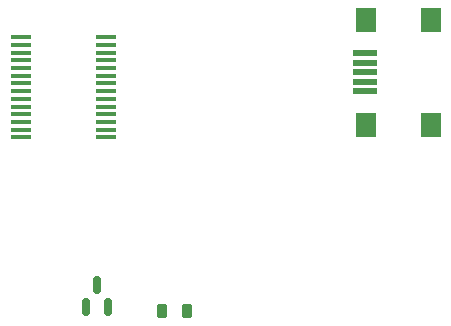
<source format=gbr>
%TF.GenerationSoftware,KiCad,Pcbnew,(6.0.6)*%
%TF.CreationDate,2022-08-03T12:05:02+02:00*%
%TF.ProjectId,Z80AllInOne,5a383041-6c6c-4496-9e4f-6e652e6b6963,rev?*%
%TF.SameCoordinates,Original*%
%TF.FileFunction,Paste,Top*%
%TF.FilePolarity,Positive*%
%FSLAX46Y46*%
G04 Gerber Fmt 4.6, Leading zero omitted, Abs format (unit mm)*
G04 Created by KiCad (PCBNEW (6.0.6)) date 2022-08-03 12:05:02*
%MOMM*%
%LPD*%
G01*
G04 APERTURE LIST*
G04 Aperture macros list*
%AMRoundRect*
0 Rectangle with rounded corners*
0 $1 Rounding radius*
0 $2 $3 $4 $5 $6 $7 $8 $9 X,Y pos of 4 corners*
0 Add a 4 corners polygon primitive as box body*
4,1,4,$2,$3,$4,$5,$6,$7,$8,$9,$2,$3,0*
0 Add four circle primitives for the rounded corners*
1,1,$1+$1,$2,$3*
1,1,$1+$1,$4,$5*
1,1,$1+$1,$6,$7*
1,1,$1+$1,$8,$9*
0 Add four rect primitives between the rounded corners*
20,1,$1+$1,$2,$3,$4,$5,0*
20,1,$1+$1,$4,$5,$6,$7,0*
20,1,$1+$1,$6,$7,$8,$9,0*
20,1,$1+$1,$8,$9,$2,$3,0*%
G04 Aperture macros list end*
%ADD10R,2.000000X0.500000*%
%ADD11R,1.700000X2.000000*%
%ADD12R,1.750000X0.450000*%
%ADD13RoundRect,0.150000X0.150000X-0.587500X0.150000X0.587500X-0.150000X0.587500X-0.150000X-0.587500X0*%
%ADD14RoundRect,0.218750X0.218750X0.381250X-0.218750X0.381250X-0.218750X-0.381250X0.218750X-0.381250X0*%
G04 APERTURE END LIST*
D10*
%TO.C,J1*%
X397350000Y-161720000D03*
X397350000Y-160920000D03*
X397350000Y-160120000D03*
X397350000Y-159320000D03*
X397350000Y-158520000D03*
D11*
X402900000Y-164570000D03*
X397450000Y-155670000D03*
X397450000Y-164570000D03*
X402900000Y-155670000D03*
%TD*%
D12*
%TO.C,U6*%
X368222500Y-157165000D03*
X368222500Y-157815000D03*
X368222500Y-158465000D03*
X368222500Y-159115000D03*
X368222500Y-159765000D03*
X368222500Y-160415000D03*
X368222500Y-161065000D03*
X368222500Y-161715000D03*
X368222500Y-162365000D03*
X368222500Y-163015000D03*
X368222500Y-163665000D03*
X368222500Y-164315000D03*
X368222500Y-164965000D03*
X368222500Y-165615000D03*
X375422500Y-165615000D03*
X375422500Y-164965000D03*
X375422500Y-164315000D03*
X375422500Y-163665000D03*
X375422500Y-163015000D03*
X375422500Y-162365000D03*
X375422500Y-161715000D03*
X375422500Y-161065000D03*
X375422500Y-160415000D03*
X375422500Y-159765000D03*
X375422500Y-159115000D03*
X375422500Y-158465000D03*
X375422500Y-157815000D03*
X375422500Y-157165000D03*
%TD*%
D13*
%TO.C,Q1*%
X373700000Y-180007500D03*
X375600000Y-180007500D03*
X374650000Y-178132500D03*
%TD*%
D14*
%TO.C,FB1*%
X382270000Y-180340000D03*
X380145000Y-180340000D03*
%TD*%
M02*

</source>
